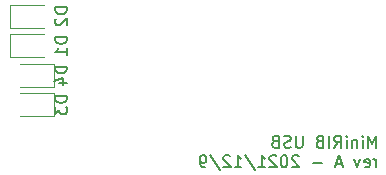
<source format=gbr>
%TF.GenerationSoftware,KiCad,Pcbnew,(5.1.9)-1*%
%TF.CreationDate,2021-12-10T21:49:07-06:00*%
%TF.ProjectId,minirib-usb,6d696e69-7269-4622-9d75-73622e6b6963,A*%
%TF.SameCoordinates,Original*%
%TF.FileFunction,Legend,Bot*%
%TF.FilePolarity,Positive*%
%FSLAX46Y46*%
G04 Gerber Fmt 4.6, Leading zero omitted, Abs format (unit mm)*
G04 Created by KiCad (PCBNEW (5.1.9)-1) date 2021-12-10 21:49:07*
%MOMM*%
%LPD*%
G01*
G04 APERTURE LIST*
%ADD10C,0.150000*%
%ADD11C,0.120000*%
G04 APERTURE END LIST*
D10*
X164414404Y-107377380D02*
X164414404Y-106377380D01*
X164081071Y-107091666D01*
X163747738Y-106377380D01*
X163747738Y-107377380D01*
X163271547Y-107377380D02*
X163271547Y-106710714D01*
X163271547Y-106377380D02*
X163319166Y-106425000D01*
X163271547Y-106472619D01*
X163223928Y-106425000D01*
X163271547Y-106377380D01*
X163271547Y-106472619D01*
X162795357Y-106710714D02*
X162795357Y-107377380D01*
X162795357Y-106805952D02*
X162747738Y-106758333D01*
X162652500Y-106710714D01*
X162509642Y-106710714D01*
X162414404Y-106758333D01*
X162366785Y-106853571D01*
X162366785Y-107377380D01*
X161890595Y-107377380D02*
X161890595Y-106710714D01*
X161890595Y-106377380D02*
X161938214Y-106425000D01*
X161890595Y-106472619D01*
X161842976Y-106425000D01*
X161890595Y-106377380D01*
X161890595Y-106472619D01*
X160842976Y-107377380D02*
X161176309Y-106901190D01*
X161414404Y-107377380D02*
X161414404Y-106377380D01*
X161033452Y-106377380D01*
X160938214Y-106425000D01*
X160890595Y-106472619D01*
X160842976Y-106567857D01*
X160842976Y-106710714D01*
X160890595Y-106805952D01*
X160938214Y-106853571D01*
X161033452Y-106901190D01*
X161414404Y-106901190D01*
X160414404Y-107377380D02*
X160414404Y-106377380D01*
X159604880Y-106853571D02*
X159462023Y-106901190D01*
X159414404Y-106948809D01*
X159366785Y-107044047D01*
X159366785Y-107186904D01*
X159414404Y-107282142D01*
X159462023Y-107329761D01*
X159557261Y-107377380D01*
X159938214Y-107377380D01*
X159938214Y-106377380D01*
X159604880Y-106377380D01*
X159509642Y-106425000D01*
X159462023Y-106472619D01*
X159414404Y-106567857D01*
X159414404Y-106663095D01*
X159462023Y-106758333D01*
X159509642Y-106805952D01*
X159604880Y-106853571D01*
X159938214Y-106853571D01*
X158176309Y-106377380D02*
X158176309Y-107186904D01*
X158128690Y-107282142D01*
X158081071Y-107329761D01*
X157985833Y-107377380D01*
X157795357Y-107377380D01*
X157700119Y-107329761D01*
X157652500Y-107282142D01*
X157604880Y-107186904D01*
X157604880Y-106377380D01*
X157176309Y-107329761D02*
X157033452Y-107377380D01*
X156795357Y-107377380D01*
X156700119Y-107329761D01*
X156652500Y-107282142D01*
X156604880Y-107186904D01*
X156604880Y-107091666D01*
X156652500Y-106996428D01*
X156700119Y-106948809D01*
X156795357Y-106901190D01*
X156985833Y-106853571D01*
X157081071Y-106805952D01*
X157128690Y-106758333D01*
X157176309Y-106663095D01*
X157176309Y-106567857D01*
X157128690Y-106472619D01*
X157081071Y-106425000D01*
X156985833Y-106377380D01*
X156747738Y-106377380D01*
X156604880Y-106425000D01*
X155842976Y-106853571D02*
X155700119Y-106901190D01*
X155652500Y-106948809D01*
X155604880Y-107044047D01*
X155604880Y-107186904D01*
X155652500Y-107282142D01*
X155700119Y-107329761D01*
X155795357Y-107377380D01*
X156176309Y-107377380D01*
X156176309Y-106377380D01*
X155842976Y-106377380D01*
X155747738Y-106425000D01*
X155700119Y-106472619D01*
X155652500Y-106567857D01*
X155652500Y-106663095D01*
X155700119Y-106758333D01*
X155747738Y-106805952D01*
X155842976Y-106853571D01*
X156176309Y-106853571D01*
X164414404Y-109027380D02*
X164414404Y-108360714D01*
X164414404Y-108551190D02*
X164366785Y-108455952D01*
X164319166Y-108408333D01*
X164223928Y-108360714D01*
X164128690Y-108360714D01*
X163414404Y-108979761D02*
X163509642Y-109027380D01*
X163700119Y-109027380D01*
X163795357Y-108979761D01*
X163842976Y-108884523D01*
X163842976Y-108503571D01*
X163795357Y-108408333D01*
X163700119Y-108360714D01*
X163509642Y-108360714D01*
X163414404Y-108408333D01*
X163366785Y-108503571D01*
X163366785Y-108598809D01*
X163842976Y-108694047D01*
X163033452Y-108360714D02*
X162795357Y-109027380D01*
X162557261Y-108360714D01*
X161462023Y-108741666D02*
X160985833Y-108741666D01*
X161557261Y-109027380D02*
X161223928Y-108027380D01*
X160890595Y-109027380D01*
X159795357Y-108646428D02*
X159033452Y-108646428D01*
X157842976Y-108122619D02*
X157795357Y-108075000D01*
X157700119Y-108027380D01*
X157462023Y-108027380D01*
X157366785Y-108075000D01*
X157319166Y-108122619D01*
X157271547Y-108217857D01*
X157271547Y-108313095D01*
X157319166Y-108455952D01*
X157890595Y-109027380D01*
X157271547Y-109027380D01*
X156652500Y-108027380D02*
X156557261Y-108027380D01*
X156462023Y-108075000D01*
X156414404Y-108122619D01*
X156366785Y-108217857D01*
X156319166Y-108408333D01*
X156319166Y-108646428D01*
X156366785Y-108836904D01*
X156414404Y-108932142D01*
X156462023Y-108979761D01*
X156557261Y-109027380D01*
X156652500Y-109027380D01*
X156747738Y-108979761D01*
X156795357Y-108932142D01*
X156842976Y-108836904D01*
X156890595Y-108646428D01*
X156890595Y-108408333D01*
X156842976Y-108217857D01*
X156795357Y-108122619D01*
X156747738Y-108075000D01*
X156652500Y-108027380D01*
X155938214Y-108122619D02*
X155890595Y-108075000D01*
X155795357Y-108027380D01*
X155557261Y-108027380D01*
X155462023Y-108075000D01*
X155414404Y-108122619D01*
X155366785Y-108217857D01*
X155366785Y-108313095D01*
X155414404Y-108455952D01*
X155985833Y-109027380D01*
X155366785Y-109027380D01*
X154414404Y-109027380D02*
X154985833Y-109027380D01*
X154700119Y-109027380D02*
X154700119Y-108027380D01*
X154795357Y-108170238D01*
X154890595Y-108265476D01*
X154985833Y-108313095D01*
X153271547Y-107979761D02*
X154128690Y-109265476D01*
X152414404Y-109027380D02*
X152985833Y-109027380D01*
X152700119Y-109027380D02*
X152700119Y-108027380D01*
X152795357Y-108170238D01*
X152890595Y-108265476D01*
X152985833Y-108313095D01*
X152033452Y-108122619D02*
X151985833Y-108075000D01*
X151890595Y-108027380D01*
X151652500Y-108027380D01*
X151557261Y-108075000D01*
X151509642Y-108122619D01*
X151462023Y-108217857D01*
X151462023Y-108313095D01*
X151509642Y-108455952D01*
X152081071Y-109027380D01*
X151462023Y-109027380D01*
X150319166Y-107979761D02*
X151176309Y-109265476D01*
X149938214Y-109027380D02*
X149747738Y-109027380D01*
X149652500Y-108979761D01*
X149604880Y-108932142D01*
X149509642Y-108789285D01*
X149462023Y-108598809D01*
X149462023Y-108217857D01*
X149509642Y-108122619D01*
X149557261Y-108075000D01*
X149652500Y-108027380D01*
X149842976Y-108027380D01*
X149938214Y-108075000D01*
X149985833Y-108122619D01*
X150033452Y-108217857D01*
X150033452Y-108455952D01*
X149985833Y-108551190D01*
X149938214Y-108598809D01*
X149842976Y-108646428D01*
X149652500Y-108646428D01*
X149557261Y-108598809D01*
X149509642Y-108551190D01*
X149462023Y-108455952D01*
D11*
%TO.C,D1*%
X133390000Y-97790000D02*
X136250000Y-97790000D01*
X133390000Y-99710000D02*
X133390000Y-97790000D01*
X136250000Y-99710000D02*
X133390000Y-99710000D01*
%TO.C,D2*%
X136250000Y-97210000D02*
X133390000Y-97210000D01*
X133390000Y-97210000D02*
X133390000Y-95290000D01*
X133390000Y-95290000D02*
X136250000Y-95290000D01*
%TO.C,D3*%
X137110000Y-104710000D02*
X134250000Y-104710000D01*
X137110000Y-102790000D02*
X137110000Y-104710000D01*
X134250000Y-102790000D02*
X137110000Y-102790000D01*
%TO.C,D4*%
X137110000Y-102210000D02*
X134250000Y-102210000D01*
X137110000Y-100290000D02*
X137110000Y-102210000D01*
X134250000Y-100290000D02*
X137110000Y-100290000D01*
%TO.C,D1*%
D10*
X138202380Y-98011904D02*
X137202380Y-98011904D01*
X137202380Y-98250000D01*
X137250000Y-98392857D01*
X137345238Y-98488095D01*
X137440476Y-98535714D01*
X137630952Y-98583333D01*
X137773809Y-98583333D01*
X137964285Y-98535714D01*
X138059523Y-98488095D01*
X138154761Y-98392857D01*
X138202380Y-98250000D01*
X138202380Y-98011904D01*
X138202380Y-99535714D02*
X138202380Y-98964285D01*
X138202380Y-99250000D02*
X137202380Y-99250000D01*
X137345238Y-99154761D01*
X137440476Y-99059523D01*
X137488095Y-98964285D01*
%TO.C,D2*%
X138202380Y-95511904D02*
X137202380Y-95511904D01*
X137202380Y-95750000D01*
X137250000Y-95892857D01*
X137345238Y-95988095D01*
X137440476Y-96035714D01*
X137630952Y-96083333D01*
X137773809Y-96083333D01*
X137964285Y-96035714D01*
X138059523Y-95988095D01*
X138154761Y-95892857D01*
X138202380Y-95750000D01*
X138202380Y-95511904D01*
X137297619Y-96464285D02*
X137250000Y-96511904D01*
X137202380Y-96607142D01*
X137202380Y-96845238D01*
X137250000Y-96940476D01*
X137297619Y-96988095D01*
X137392857Y-97035714D01*
X137488095Y-97035714D01*
X137630952Y-96988095D01*
X138202380Y-96416666D01*
X138202380Y-97035714D01*
%TO.C,D3*%
X138202380Y-103011904D02*
X137202380Y-103011904D01*
X137202380Y-103250000D01*
X137250000Y-103392857D01*
X137345238Y-103488095D01*
X137440476Y-103535714D01*
X137630952Y-103583333D01*
X137773809Y-103583333D01*
X137964285Y-103535714D01*
X138059523Y-103488095D01*
X138154761Y-103392857D01*
X138202380Y-103250000D01*
X138202380Y-103011904D01*
X137202380Y-103916666D02*
X137202380Y-104535714D01*
X137583333Y-104202380D01*
X137583333Y-104345238D01*
X137630952Y-104440476D01*
X137678571Y-104488095D01*
X137773809Y-104535714D01*
X138011904Y-104535714D01*
X138107142Y-104488095D01*
X138154761Y-104440476D01*
X138202380Y-104345238D01*
X138202380Y-104059523D01*
X138154761Y-103964285D01*
X138107142Y-103916666D01*
%TO.C,D4*%
X138202380Y-100511904D02*
X137202380Y-100511904D01*
X137202380Y-100750000D01*
X137250000Y-100892857D01*
X137345238Y-100988095D01*
X137440476Y-101035714D01*
X137630952Y-101083333D01*
X137773809Y-101083333D01*
X137964285Y-101035714D01*
X138059523Y-100988095D01*
X138154761Y-100892857D01*
X138202380Y-100750000D01*
X138202380Y-100511904D01*
X137535714Y-101940476D02*
X138202380Y-101940476D01*
X137154761Y-101702380D02*
X137869047Y-101464285D01*
X137869047Y-102083333D01*
%TD*%
M02*

</source>
